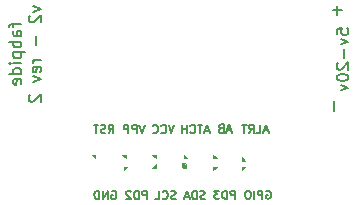
<source format=gbo>
G04 #@! TF.GenerationSoftware,KiCad,Pcbnew,5.1.4*
G04 #@! TF.CreationDate,2019-10-17T14:18:33+11:00*
G04 #@! TF.ProjectId,fabulouspide,66616275-6c6f-4757-9370-6964652e6b69,rev?*
G04 #@! TF.SameCoordinates,Original*
G04 #@! TF.FileFunction,Legend,Bot*
G04 #@! TF.FilePolarity,Positive*
%FSLAX46Y46*%
G04 Gerber Fmt 4.6, Leading zero omitted, Abs format (unit mm)*
G04 Created by KiCad (PCBNEW 5.1.4) date 2019-10-17 14:18:33*
%MOMM*%
%LPD*%
G04 APERTURE LIST*
%ADD10C,0.100000*%
%ADD11C,0.150000*%
G04 APERTURE END LIST*
D10*
G36*
X99200000Y-71300000D02*
G01*
X99200000Y-71000000D01*
X99500000Y-71000000D01*
X99200000Y-71300000D01*
G37*
X99200000Y-71300000D02*
X99200000Y-71000000D01*
X99500000Y-71000000D01*
X99200000Y-71300000D01*
G36*
X99600000Y-71400000D02*
G01*
X99300000Y-71400000D01*
X99600000Y-71100000D01*
X99600000Y-71400000D01*
G37*
X99600000Y-71400000D02*
X99300000Y-71400000D01*
X99600000Y-71100000D01*
X99600000Y-71400000D01*
G36*
X94300000Y-71600000D02*
G01*
X94300000Y-71300000D01*
X94600000Y-71300000D01*
X94300000Y-71600000D01*
G37*
X94300000Y-71600000D02*
X94300000Y-71300000D01*
X94600000Y-71300000D01*
X94300000Y-71600000D01*
G36*
X97000000Y-71400000D02*
G01*
X96700000Y-71400000D01*
X97000000Y-71100000D01*
X97000000Y-71400000D01*
G37*
X97000000Y-71400000D02*
X96700000Y-71400000D01*
X97000000Y-71100000D01*
X97000000Y-71400000D01*
G36*
X104300000Y-71600000D02*
G01*
X104300000Y-71300000D01*
X104600000Y-71300000D01*
X104300000Y-71600000D01*
G37*
X104300000Y-71600000D02*
X104300000Y-71300000D01*
X104600000Y-71300000D01*
X104300000Y-71600000D01*
G36*
X101900000Y-71600000D02*
G01*
X101900000Y-71300000D01*
X102200000Y-71300000D01*
X101900000Y-71600000D01*
G37*
X101900000Y-71600000D02*
X101900000Y-71300000D01*
X102200000Y-71300000D01*
X101900000Y-71600000D01*
G36*
X91900000Y-70600000D02*
G01*
X91600000Y-70300000D01*
X91900000Y-70300000D01*
X91900000Y-70600000D01*
G37*
X91900000Y-70600000D02*
X91600000Y-70300000D01*
X91900000Y-70300000D01*
X91900000Y-70600000D01*
G36*
X94500000Y-70600000D02*
G01*
X94200000Y-70300000D01*
X94500000Y-70300000D01*
X94500000Y-70600000D01*
G37*
X94500000Y-70600000D02*
X94200000Y-70300000D01*
X94500000Y-70300000D01*
X94500000Y-70600000D01*
G36*
X97000000Y-70600000D02*
G01*
X96700000Y-70300000D01*
X97000000Y-70300000D01*
X97000000Y-70600000D01*
G37*
X97000000Y-70600000D02*
X96700000Y-70300000D01*
X97000000Y-70300000D01*
X97000000Y-70600000D01*
G36*
X99700000Y-70600000D02*
G01*
X99400000Y-70600000D01*
X99400000Y-70300000D01*
X99700000Y-70600000D01*
G37*
X99700000Y-70600000D02*
X99400000Y-70600000D01*
X99400000Y-70300000D01*
X99700000Y-70600000D01*
G36*
X102200000Y-70600000D02*
G01*
X101900000Y-70600000D01*
X101900000Y-70300000D01*
X102200000Y-70600000D01*
G37*
X102200000Y-70600000D02*
X101900000Y-70600000D01*
X101900000Y-70300000D01*
X102200000Y-70600000D01*
G36*
X104600000Y-70800000D02*
G01*
X104300000Y-70800000D01*
X104300000Y-70500000D01*
X104600000Y-70800000D01*
G37*
X104600000Y-70800000D02*
X104300000Y-70800000D01*
X104300000Y-70500000D01*
X104600000Y-70800000D01*
D11*
X106384320Y-73360800D02*
X106450986Y-73327466D01*
X106550986Y-73327466D01*
X106650986Y-73360800D01*
X106717653Y-73427466D01*
X106750986Y-73494133D01*
X106784320Y-73627466D01*
X106784320Y-73727466D01*
X106750986Y-73860800D01*
X106717653Y-73927466D01*
X106650986Y-73994133D01*
X106550986Y-74027466D01*
X106484320Y-74027466D01*
X106384320Y-73994133D01*
X106350986Y-73960800D01*
X106350986Y-73727466D01*
X106484320Y-73727466D01*
X106050986Y-74027466D02*
X106050986Y-73327466D01*
X105784320Y-73327466D01*
X105717653Y-73360800D01*
X105684320Y-73394133D01*
X105650986Y-73460800D01*
X105650986Y-73560800D01*
X105684320Y-73627466D01*
X105717653Y-73660800D01*
X105784320Y-73694133D01*
X106050986Y-73694133D01*
X105350986Y-74027466D02*
X105350986Y-73327466D01*
X104884320Y-73327466D02*
X104750986Y-73327466D01*
X104684320Y-73360800D01*
X104617653Y-73427466D01*
X104584320Y-73560800D01*
X104584320Y-73794133D01*
X104617653Y-73927466D01*
X104684320Y-73994133D01*
X104750986Y-74027466D01*
X104884320Y-74027466D01*
X104950986Y-73994133D01*
X105017653Y-73927466D01*
X105050986Y-73794133D01*
X105050986Y-73560800D01*
X105017653Y-73427466D01*
X104950986Y-73360800D01*
X104884320Y-73327466D01*
X103729046Y-74027466D02*
X103729046Y-73327466D01*
X103462380Y-73327466D01*
X103395713Y-73360800D01*
X103362380Y-73394133D01*
X103329046Y-73460800D01*
X103329046Y-73560800D01*
X103362380Y-73627466D01*
X103395713Y-73660800D01*
X103462380Y-73694133D01*
X103729046Y-73694133D01*
X103029046Y-74027466D02*
X103029046Y-73327466D01*
X102862380Y-73327466D01*
X102762380Y-73360800D01*
X102695713Y-73427466D01*
X102662380Y-73494133D01*
X102629046Y-73627466D01*
X102629046Y-73727466D01*
X102662380Y-73860800D01*
X102695713Y-73927466D01*
X102762380Y-73994133D01*
X102862380Y-74027466D01*
X103029046Y-74027466D01*
X102395713Y-73327466D02*
X101962380Y-73327466D01*
X102195713Y-73594133D01*
X102095713Y-73594133D01*
X102029046Y-73627466D01*
X101995713Y-73660800D01*
X101962380Y-73727466D01*
X101962380Y-73894133D01*
X101995713Y-73960800D01*
X102029046Y-73994133D01*
X102095713Y-74027466D01*
X102295713Y-74027466D01*
X102362380Y-73994133D01*
X102395713Y-73960800D01*
X101177460Y-74009373D02*
X101077460Y-74042706D01*
X100910793Y-74042706D01*
X100844126Y-74009373D01*
X100810793Y-73976040D01*
X100777460Y-73909373D01*
X100777460Y-73842706D01*
X100810793Y-73776040D01*
X100844126Y-73742706D01*
X100910793Y-73709373D01*
X101044126Y-73676040D01*
X101110793Y-73642706D01*
X101144126Y-73609373D01*
X101177460Y-73542706D01*
X101177460Y-73476040D01*
X101144126Y-73409373D01*
X101110793Y-73376040D01*
X101044126Y-73342706D01*
X100877460Y-73342706D01*
X100777460Y-73376040D01*
X100477460Y-74042706D02*
X100477460Y-73342706D01*
X100310793Y-73342706D01*
X100210793Y-73376040D01*
X100144126Y-73442706D01*
X100110793Y-73509373D01*
X100077460Y-73642706D01*
X100077460Y-73742706D01*
X100110793Y-73876040D01*
X100144126Y-73942706D01*
X100210793Y-74009373D01*
X100310793Y-74042706D01*
X100477460Y-74042706D01*
X99810793Y-73842706D02*
X99477460Y-73842706D01*
X99877460Y-74042706D02*
X99644126Y-73342706D01*
X99410793Y-74042706D01*
X98709693Y-74009373D02*
X98609693Y-74042706D01*
X98443026Y-74042706D01*
X98376360Y-74009373D01*
X98343026Y-73976040D01*
X98309693Y-73909373D01*
X98309693Y-73842706D01*
X98343026Y-73776040D01*
X98376360Y-73742706D01*
X98443026Y-73709373D01*
X98576360Y-73676040D01*
X98643026Y-73642706D01*
X98676360Y-73609373D01*
X98709693Y-73542706D01*
X98709693Y-73476040D01*
X98676360Y-73409373D01*
X98643026Y-73376040D01*
X98576360Y-73342706D01*
X98409693Y-73342706D01*
X98309693Y-73376040D01*
X97609693Y-73976040D02*
X97643026Y-74009373D01*
X97743026Y-74042706D01*
X97809693Y-74042706D01*
X97909693Y-74009373D01*
X97976360Y-73942706D01*
X98009693Y-73876040D01*
X98043026Y-73742706D01*
X98043026Y-73642706D01*
X98009693Y-73509373D01*
X97976360Y-73442706D01*
X97909693Y-73376040D01*
X97809693Y-73342706D01*
X97743026Y-73342706D01*
X97643026Y-73376040D01*
X97609693Y-73409373D01*
X96976360Y-74042706D02*
X97309693Y-74042706D01*
X97309693Y-73342706D01*
X96256366Y-74055406D02*
X96256366Y-73355406D01*
X95989700Y-73355406D01*
X95923033Y-73388740D01*
X95889700Y-73422073D01*
X95856366Y-73488740D01*
X95856366Y-73588740D01*
X95889700Y-73655406D01*
X95923033Y-73688740D01*
X95989700Y-73722073D01*
X96256366Y-73722073D01*
X95556366Y-74055406D02*
X95556366Y-73355406D01*
X95389700Y-73355406D01*
X95289700Y-73388740D01*
X95223033Y-73455406D01*
X95189700Y-73522073D01*
X95156366Y-73655406D01*
X95156366Y-73755406D01*
X95189700Y-73888740D01*
X95223033Y-73955406D01*
X95289700Y-74022073D01*
X95389700Y-74055406D01*
X95556366Y-74055406D01*
X94889700Y-73422073D02*
X94856366Y-73388740D01*
X94789700Y-73355406D01*
X94623033Y-73355406D01*
X94556366Y-73388740D01*
X94523033Y-73422073D01*
X94489700Y-73488740D01*
X94489700Y-73555406D01*
X94523033Y-73655406D01*
X94923033Y-74055406D01*
X94489700Y-74055406D01*
X93291593Y-73368420D02*
X93358260Y-73335086D01*
X93458260Y-73335086D01*
X93558260Y-73368420D01*
X93624926Y-73435086D01*
X93658260Y-73501753D01*
X93691593Y-73635086D01*
X93691593Y-73735086D01*
X93658260Y-73868420D01*
X93624926Y-73935086D01*
X93558260Y-74001753D01*
X93458260Y-74035086D01*
X93391593Y-74035086D01*
X93291593Y-74001753D01*
X93258260Y-73968420D01*
X93258260Y-73735086D01*
X93391593Y-73735086D01*
X92958260Y-74035086D02*
X92958260Y-73335086D01*
X92558260Y-74035086D01*
X92558260Y-73335086D01*
X92224926Y-74035086D02*
X92224926Y-73335086D01*
X92058260Y-73335086D01*
X91958260Y-73368420D01*
X91891593Y-73435086D01*
X91858260Y-73501753D01*
X91824926Y-73635086D01*
X91824926Y-73735086D01*
X91858260Y-73868420D01*
X91891593Y-73935086D01*
X91958260Y-74001753D01*
X92058260Y-74035086D01*
X92224926Y-74035086D01*
X106507146Y-68234386D02*
X106173813Y-68234386D01*
X106573813Y-68434386D02*
X106340480Y-67734386D01*
X106107146Y-68434386D01*
X105540480Y-68434386D02*
X105873813Y-68434386D01*
X105873813Y-67734386D01*
X104907146Y-68434386D02*
X105140480Y-68101053D01*
X105307146Y-68434386D02*
X105307146Y-67734386D01*
X105040480Y-67734386D01*
X104973813Y-67767720D01*
X104940480Y-67801053D01*
X104907146Y-67867720D01*
X104907146Y-67967720D01*
X104940480Y-68034386D01*
X104973813Y-68067720D01*
X105040480Y-68101053D01*
X105307146Y-68101053D01*
X104707146Y-67734386D02*
X104307146Y-67734386D01*
X104507146Y-68434386D02*
X104507146Y-67734386D01*
X103391746Y-68226766D02*
X103058413Y-68226766D01*
X103458413Y-68426766D02*
X103225080Y-67726766D01*
X102991746Y-68426766D01*
X102525080Y-68060100D02*
X102425080Y-68093433D01*
X102391746Y-68126766D01*
X102358413Y-68193433D01*
X102358413Y-68293433D01*
X102391746Y-68360100D01*
X102425080Y-68393433D01*
X102491746Y-68426766D01*
X102758413Y-68426766D01*
X102758413Y-67726766D01*
X102525080Y-67726766D01*
X102458413Y-67760100D01*
X102425080Y-67793433D01*
X102391746Y-67860100D01*
X102391746Y-67926766D01*
X102425080Y-67993433D01*
X102458413Y-68026766D01*
X102525080Y-68060100D01*
X102758413Y-68060100D01*
X101502860Y-68247086D02*
X101169526Y-68247086D01*
X101569526Y-68447086D02*
X101336193Y-67747086D01*
X101102860Y-68447086D01*
X100969526Y-67747086D02*
X100569526Y-67747086D01*
X100769526Y-68447086D02*
X100769526Y-67747086D01*
X99936193Y-68380420D02*
X99969526Y-68413753D01*
X100069526Y-68447086D01*
X100136193Y-68447086D01*
X100236193Y-68413753D01*
X100302860Y-68347086D01*
X100336193Y-68280420D01*
X100369526Y-68147086D01*
X100369526Y-68047086D01*
X100336193Y-67913753D01*
X100302860Y-67847086D01*
X100236193Y-67780420D01*
X100136193Y-67747086D01*
X100069526Y-67747086D01*
X99969526Y-67780420D01*
X99936193Y-67813753D01*
X99636193Y-68447086D02*
X99636193Y-67747086D01*
X99636193Y-68080420D02*
X99236193Y-68080420D01*
X99236193Y-68447086D02*
X99236193Y-67747086D01*
X98576013Y-67777566D02*
X98342680Y-68477566D01*
X98109346Y-67777566D01*
X97476013Y-68410900D02*
X97509346Y-68444233D01*
X97609346Y-68477566D01*
X97676013Y-68477566D01*
X97776013Y-68444233D01*
X97842680Y-68377566D01*
X97876013Y-68310900D01*
X97909346Y-68177566D01*
X97909346Y-68077566D01*
X97876013Y-67944233D01*
X97842680Y-67877566D01*
X97776013Y-67810900D01*
X97676013Y-67777566D01*
X97609346Y-67777566D01*
X97509346Y-67810900D01*
X97476013Y-67844233D01*
X96776013Y-68410900D02*
X96809346Y-68444233D01*
X96909346Y-68477566D01*
X96976013Y-68477566D01*
X97076013Y-68444233D01*
X97142680Y-68377566D01*
X97176013Y-68310900D01*
X97209346Y-68177566D01*
X97209346Y-68077566D01*
X97176013Y-67944233D01*
X97142680Y-67877566D01*
X97076013Y-67810900D01*
X96976013Y-67777566D01*
X96909346Y-67777566D01*
X96809346Y-67810900D01*
X96776013Y-67844233D01*
X96096973Y-67757246D02*
X95863640Y-68457246D01*
X95630306Y-67757246D01*
X95396973Y-68457246D02*
X95396973Y-67757246D01*
X95130306Y-67757246D01*
X95063640Y-67790580D01*
X95030306Y-67823913D01*
X94996973Y-67890580D01*
X94996973Y-67990580D01*
X95030306Y-68057246D01*
X95063640Y-68090580D01*
X95130306Y-68123913D01*
X95396973Y-68123913D01*
X94696973Y-68457246D02*
X94696973Y-67757246D01*
X94430306Y-67757246D01*
X94363640Y-67790580D01*
X94330306Y-67823913D01*
X94296973Y-67890580D01*
X94296973Y-67990580D01*
X94330306Y-68057246D01*
X94363640Y-68090580D01*
X94430306Y-68123913D01*
X94696973Y-68123913D01*
X112120347Y-65725728D02*
X112120347Y-66582871D01*
X112773412Y-58044388D02*
X112011507Y-58044388D01*
X112392460Y-58425340D02*
X112392460Y-57663436D01*
X112327440Y-60086501D02*
X112327440Y-59610311D01*
X112803631Y-59562692D01*
X112756012Y-59610311D01*
X112708393Y-59705549D01*
X112708393Y-59943644D01*
X112756012Y-60038882D01*
X112803631Y-60086501D01*
X112898869Y-60134120D01*
X113136964Y-60134120D01*
X113232202Y-60086501D01*
X113279821Y-60038882D01*
X113327440Y-59943644D01*
X113327440Y-59705549D01*
X113279821Y-59610311D01*
X113232202Y-59562692D01*
X112660774Y-60467454D02*
X113327440Y-60705549D01*
X112660774Y-60943644D01*
X112946488Y-61324597D02*
X112946488Y-62086501D01*
X112422679Y-62515073D02*
X112375060Y-62562692D01*
X112327440Y-62657930D01*
X112327440Y-62896025D01*
X112375060Y-62991263D01*
X112422679Y-63038882D01*
X112517917Y-63086501D01*
X112613155Y-63086501D01*
X112756012Y-63038882D01*
X113327440Y-62467454D01*
X113327440Y-63086501D01*
X112327440Y-63705549D02*
X112327440Y-63800787D01*
X112375060Y-63896025D01*
X112422679Y-63943644D01*
X112517917Y-63991263D01*
X112708393Y-64038882D01*
X112946488Y-64038882D01*
X113136964Y-63991263D01*
X113232202Y-63943644D01*
X113279821Y-63896025D01*
X113327440Y-63800787D01*
X113327440Y-63705549D01*
X113279821Y-63610311D01*
X113232202Y-63562692D01*
X113136964Y-63515073D01*
X112946488Y-63467454D01*
X112708393Y-63467454D01*
X112517917Y-63515073D01*
X112422679Y-63562692D01*
X112375060Y-63610311D01*
X112327440Y-63705549D01*
X112660774Y-64372216D02*
X113327440Y-64610311D01*
X112660774Y-64848406D01*
X93024753Y-68447086D02*
X93258086Y-68113753D01*
X93424753Y-68447086D02*
X93424753Y-67747086D01*
X93158086Y-67747086D01*
X93091420Y-67780420D01*
X93058086Y-67813753D01*
X93024753Y-67880420D01*
X93024753Y-67980420D01*
X93058086Y-68047086D01*
X93091420Y-68080420D01*
X93158086Y-68113753D01*
X93424753Y-68113753D01*
X92758086Y-68413753D02*
X92658086Y-68447086D01*
X92491420Y-68447086D01*
X92424753Y-68413753D01*
X92391420Y-68380420D01*
X92358086Y-68313753D01*
X92358086Y-68247086D01*
X92391420Y-68180420D01*
X92424753Y-68147086D01*
X92491420Y-68113753D01*
X92624753Y-68080420D01*
X92691420Y-68047086D01*
X92724753Y-68013753D01*
X92758086Y-67947086D01*
X92758086Y-67880420D01*
X92724753Y-67813753D01*
X92691420Y-67780420D01*
X92624753Y-67747086D01*
X92458086Y-67747086D01*
X92358086Y-67780420D01*
X92158086Y-67747086D02*
X91758086Y-67747086D01*
X91958086Y-68447086D02*
X91958086Y-67747086D01*
X84960034Y-59106133D02*
X84960034Y-59487085D01*
X85626700Y-59248990D02*
X84769558Y-59248990D01*
X84674320Y-59296609D01*
X84626700Y-59391847D01*
X84626700Y-59487085D01*
X85626700Y-60248990D02*
X85102891Y-60248990D01*
X85007653Y-60201371D01*
X84960034Y-60106133D01*
X84960034Y-59915657D01*
X85007653Y-59820419D01*
X85579081Y-60248990D02*
X85626700Y-60153752D01*
X85626700Y-59915657D01*
X85579081Y-59820419D01*
X85483843Y-59772800D01*
X85388605Y-59772800D01*
X85293367Y-59820419D01*
X85245748Y-59915657D01*
X85245748Y-60153752D01*
X85198129Y-60248990D01*
X85626700Y-60725180D02*
X84626700Y-60725180D01*
X85007653Y-60725180D02*
X84960034Y-60820419D01*
X84960034Y-61010895D01*
X85007653Y-61106133D01*
X85055272Y-61153752D01*
X85150510Y-61201371D01*
X85436224Y-61201371D01*
X85531462Y-61153752D01*
X85579081Y-61106133D01*
X85626700Y-61010895D01*
X85626700Y-60820419D01*
X85579081Y-60725180D01*
X84960034Y-61629942D02*
X85960034Y-61629942D01*
X85007653Y-61629942D02*
X84960034Y-61725180D01*
X84960034Y-61915657D01*
X85007653Y-62010895D01*
X85055272Y-62058514D01*
X85150510Y-62106133D01*
X85436224Y-62106133D01*
X85531462Y-62058514D01*
X85579081Y-62010895D01*
X85626700Y-61915657D01*
X85626700Y-61725180D01*
X85579081Y-61629942D01*
X85626700Y-62534704D02*
X84960034Y-62534704D01*
X84626700Y-62534704D02*
X84674320Y-62487085D01*
X84721939Y-62534704D01*
X84674320Y-62582323D01*
X84626700Y-62534704D01*
X84721939Y-62534704D01*
X85626700Y-63439466D02*
X84626700Y-63439466D01*
X85579081Y-63439466D02*
X85626700Y-63344228D01*
X85626700Y-63153752D01*
X85579081Y-63058514D01*
X85531462Y-63010895D01*
X85436224Y-62963276D01*
X85150510Y-62963276D01*
X85055272Y-63010895D01*
X85007653Y-63058514D01*
X84960034Y-63153752D01*
X84960034Y-63344228D01*
X85007653Y-63439466D01*
X85579081Y-64296609D02*
X85626700Y-64201371D01*
X85626700Y-64010895D01*
X85579081Y-63915657D01*
X85483843Y-63868038D01*
X85102891Y-63868038D01*
X85007653Y-63915657D01*
X84960034Y-64010895D01*
X84960034Y-64201371D01*
X85007653Y-64296609D01*
X85102891Y-64344228D01*
X85198129Y-64344228D01*
X85293367Y-63868038D01*
X86610034Y-57701371D02*
X87276700Y-57939466D01*
X86610034Y-58177561D01*
X86371939Y-58510895D02*
X86324320Y-58558514D01*
X86276700Y-58653752D01*
X86276700Y-58891847D01*
X86324320Y-58987085D01*
X86371939Y-59034704D01*
X86467177Y-59082323D01*
X86562415Y-59082323D01*
X86705272Y-59034704D01*
X87276700Y-58463276D01*
X87276700Y-59082323D01*
X86895748Y-60272800D02*
X86895748Y-61034704D01*
X87276700Y-62272800D02*
X86610034Y-62272800D01*
X86800510Y-62272800D02*
X86705272Y-62320419D01*
X86657653Y-62368038D01*
X86610034Y-62463276D01*
X86610034Y-62558514D01*
X87229081Y-63272800D02*
X87276700Y-63177561D01*
X87276700Y-62987085D01*
X87229081Y-62891847D01*
X87133843Y-62844228D01*
X86752891Y-62844228D01*
X86657653Y-62891847D01*
X86610034Y-62987085D01*
X86610034Y-63177561D01*
X86657653Y-63272800D01*
X86752891Y-63320419D01*
X86848129Y-63320419D01*
X86943367Y-62844228D01*
X86610034Y-63653752D02*
X87276700Y-63891847D01*
X86610034Y-64129942D01*
X86371939Y-65225180D02*
X86324320Y-65272800D01*
X86276700Y-65368038D01*
X86276700Y-65606133D01*
X86324320Y-65701371D01*
X86371939Y-65748990D01*
X86467177Y-65796609D01*
X86562415Y-65796609D01*
X86705272Y-65748990D01*
X87276700Y-65177561D01*
X87276700Y-65796609D01*
M02*

</source>
